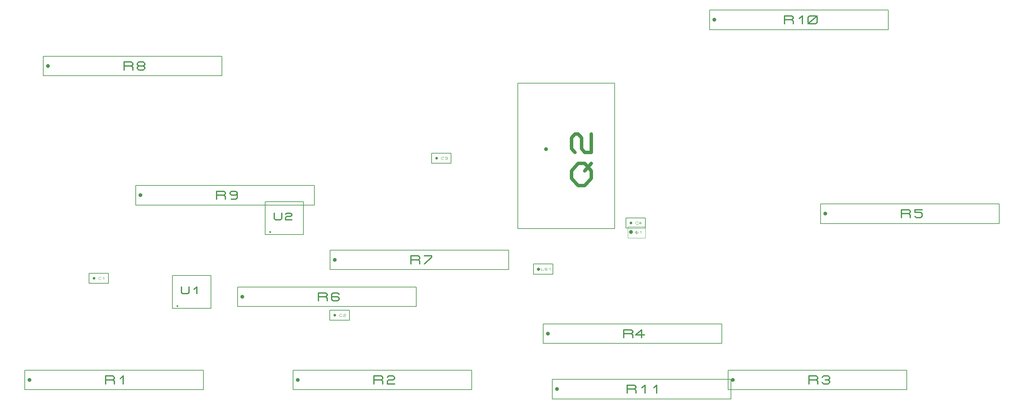
<source format=gbr>
G04 PROTEUS GERBER X2 FILE*
%TF.GenerationSoftware,Labcenter,Proteus,8.13-SP0-Build31525*%
%TF.CreationDate,2025-12-25T14:29:14+00:00*%
%TF.FileFunction,AssemblyDrawing,Top*%
%TF.FilePolarity,Positive*%
%TF.Part,Single*%
%TF.SameCoordinates,{db0003a8-45e4-4f23-9e85-8f5fa2e6f16b}*%
%FSLAX45Y45*%
%MOMM*%
G01*
%TA.AperFunction,Material*%
%ADD19C,0.203200*%
%ADD28C,0.711200*%
%ADD29C,0.111760*%
%ADD72C,0.050000*%
%ADD73C,1.028700*%
%ADD30C,0.105240*%
%ADD31C,0.812800*%
%ADD32C,0.110060*%
%ADD33C,1.016000*%
%ADD34C,0.889000*%
%ADD35C,0.355600*%
%ADD36C,0.508000*%
%ADD37C,0.302420*%
%TD.AperFunction*%
D19*
X-10141160Y+3612840D02*
X-9612840Y+3612840D01*
X-9612840Y+3887160D01*
X-10141160Y+3887160D01*
X-10141160Y+3612840D01*
D28*
X-10004000Y+3750000D02*
X-10004000Y+3750000D01*
D29*
X-9815786Y+3727648D02*
X-9828359Y+3716472D01*
X-9866078Y+3716472D01*
X-9891224Y+3738824D01*
X-9891224Y+3761176D01*
X-9866078Y+3783528D01*
X-9828359Y+3783528D01*
X-9815786Y+3772352D01*
X-9765494Y+3761176D02*
X-9740348Y+3783528D01*
X-9740348Y+3716472D01*
D19*
X-3637160Y+2612840D02*
X-3108840Y+2612840D01*
X-3108840Y+2887160D01*
X-3637160Y+2887160D01*
X-3637160Y+2612840D01*
D28*
X-3500000Y+2750000D02*
X-3500000Y+2750000D01*
D29*
X-3311786Y+2727648D02*
X-3324359Y+2716472D01*
X-3362078Y+2716472D01*
X-3387224Y+2738824D01*
X-3387224Y+2761176D01*
X-3362078Y+2783528D01*
X-3324359Y+2783528D01*
X-3311786Y+2772352D01*
X-3274067Y+2772352D02*
X-3261494Y+2783528D01*
X-3223775Y+2783528D01*
X-3211202Y+2772352D01*
X-3211202Y+2761176D01*
X-3223775Y+2750000D01*
X-3261494Y+2750000D01*
X-3274067Y+2738824D01*
X-3274067Y+2716472D01*
X-3211202Y+2716472D01*
D19*
X-887160Y+6862840D02*
X-358840Y+6862840D01*
X-358840Y+7137160D01*
X-887160Y+7137160D01*
X-887160Y+6862840D01*
D28*
X-750000Y+7000000D02*
X-750000Y+7000000D01*
D29*
X-561786Y+6977648D02*
X-574359Y+6966472D01*
X-612078Y+6966472D01*
X-637224Y+6988824D01*
X-637224Y+7011176D01*
X-612078Y+7033528D01*
X-574359Y+7033528D01*
X-561786Y+7022352D01*
X-524067Y+7022352D02*
X-511494Y+7033528D01*
X-473775Y+7033528D01*
X-461202Y+7022352D01*
X-461202Y+7011176D01*
X-473775Y+7000000D01*
X-461202Y+6988824D01*
X-461202Y+6977648D01*
X-473775Y+6966472D01*
X-511494Y+6966472D01*
X-524067Y+6977648D01*
X-498921Y+7000000D02*
X-473775Y+7000000D01*
D19*
X+4362840Y+5112840D02*
X+4891160Y+5112840D01*
X+4891160Y+5387160D01*
X+4362840Y+5387160D01*
X+4362840Y+5112840D01*
D28*
X+4500000Y+5250000D02*
X+4500000Y+5250000D01*
D29*
X+4688214Y+5227648D02*
X+4675641Y+5216472D01*
X+4637922Y+5216472D01*
X+4612776Y+5238824D01*
X+4612776Y+5261176D01*
X+4637922Y+5283528D01*
X+4675641Y+5283528D01*
X+4688214Y+5272352D01*
X+4788798Y+5238824D02*
X+4713360Y+5238824D01*
X+4763652Y+5283528D01*
X+4763652Y+5216472D01*
D72*
X+4415000Y+4840000D02*
X+4885000Y+4840000D01*
X+4885000Y+5160000D01*
X+4415000Y+5160000D01*
X+4415000Y+4840000D01*
X+4650000Y+5050000D02*
X+4650000Y+4950000D01*
X+4700000Y+5000000D02*
X+4600000Y+5000000D01*
D73*
X+4500000Y+5000000D02*
X+4500000Y+5000000D01*
D30*
X+4624744Y+5031574D02*
X+4624744Y+4968425D01*
X+4695786Y+4968425D01*
X+4743147Y+5010524D02*
X+4766828Y+5031574D01*
X+4766828Y+4968425D01*
D19*
X+1862840Y+3862840D02*
X+2391160Y+3862840D01*
X+2391160Y+4137160D01*
X+1862840Y+4137160D01*
X+1862840Y+3862840D01*
D31*
X+2000000Y+4000000D02*
X+2000000Y+4000000D01*
D32*
X+2067312Y+4033019D02*
X+2067312Y+3966980D01*
X+2141606Y+3966980D01*
X+2166371Y+3977986D02*
X+2178753Y+3966980D01*
X+2228282Y+3966980D01*
X+2240665Y+3977986D01*
X+2240665Y+3988993D01*
X+2228282Y+4000000D01*
X+2178753Y+4000000D01*
X+2166371Y+4011006D01*
X+2166371Y+4022013D01*
X+2178753Y+4033019D01*
X+2228282Y+4033019D01*
X+2240665Y+4022013D01*
X+2290194Y+4011006D02*
X+2314959Y+4033019D01*
X+2314959Y+3966980D01*
D19*
X+1444440Y+5098620D02*
X+4055560Y+5098620D01*
X+4055560Y+9030540D01*
X+1444440Y+9030540D01*
X+1444440Y+5098620D01*
D33*
X+2206440Y+7250000D02*
X+2206440Y+7250000D01*
D34*
X+3067500Y+6264480D02*
X+2889700Y+6464505D01*
X+2889700Y+6664530D01*
X+3067500Y+6864555D01*
X+3245300Y+6864555D01*
X+3423100Y+6664530D01*
X+3423100Y+6464505D01*
X+3245300Y+6264480D01*
X+3067500Y+6264480D01*
X+3245300Y+6664530D02*
X+3423100Y+6864555D01*
X+2978600Y+7164592D02*
X+2889700Y+7264605D01*
X+2889700Y+7564642D01*
X+2978600Y+7664655D01*
X+3067500Y+7664655D01*
X+3156400Y+7564642D01*
X+3156400Y+7264605D01*
X+3245300Y+7164592D01*
X+3423100Y+7164592D01*
X+3423100Y+7664655D01*
D19*
X-11877000Y+735840D02*
X-7051000Y+735840D01*
X-7051000Y+1264160D01*
X-11877000Y+1264160D01*
X-11877000Y+735840D01*
D33*
X-11750000Y+1000000D02*
X-11750000Y+1000000D01*
D35*
X-9695140Y+893320D02*
X-9695140Y+1106680D01*
X-9495115Y+1106680D01*
X-9455110Y+1071120D01*
X-9455110Y+1035560D01*
X-9495115Y+1000000D01*
X-9695140Y+1000000D01*
X-9495115Y+1000000D02*
X-9455110Y+964440D01*
X-9455110Y+893320D01*
X-9295090Y+1035560D02*
X-9215080Y+1106680D01*
X-9215080Y+893320D01*
D19*
X-4627000Y+735840D02*
X+199000Y+735840D01*
X+199000Y+1264160D01*
X-4627000Y+1264160D01*
X-4627000Y+735840D01*
D33*
X-4500000Y+1000000D02*
X-4500000Y+1000000D01*
D35*
X-2445140Y+893320D02*
X-2445140Y+1106680D01*
X-2245115Y+1106680D01*
X-2205110Y+1071120D01*
X-2205110Y+1035560D01*
X-2245115Y+1000000D01*
X-2445140Y+1000000D01*
X-2245115Y+1000000D02*
X-2205110Y+964440D01*
X-2205110Y+893320D01*
X-2085095Y+1071120D02*
X-2045090Y+1106680D01*
X-1925075Y+1106680D01*
X-1885070Y+1071120D01*
X-1885070Y+1035560D01*
X-1925075Y+1000000D01*
X-2045090Y+1000000D01*
X-2085095Y+964440D01*
X-2085095Y+893320D01*
X-1885070Y+893320D01*
D19*
X+7123000Y+735840D02*
X+11949000Y+735840D01*
X+11949000Y+1264160D01*
X+7123000Y+1264160D01*
X+7123000Y+735840D01*
D33*
X+7250000Y+1000000D02*
X+7250000Y+1000000D01*
D35*
X+9304860Y+893320D02*
X+9304860Y+1106680D01*
X+9504885Y+1106680D01*
X+9544890Y+1071120D01*
X+9544890Y+1035560D01*
X+9504885Y+1000000D01*
X+9304860Y+1000000D01*
X+9504885Y+1000000D02*
X+9544890Y+964440D01*
X+9544890Y+893320D01*
X+9664905Y+1071120D02*
X+9704910Y+1106680D01*
X+9824925Y+1106680D01*
X+9864930Y+1071120D01*
X+9864930Y+1035560D01*
X+9824925Y+1000000D01*
X+9864930Y+964440D01*
X+9864930Y+928880D01*
X+9824925Y+893320D01*
X+9704910Y+893320D01*
X+9664905Y+928880D01*
X+9744915Y+1000000D02*
X+9824925Y+1000000D01*
D19*
X+2123000Y+1985840D02*
X+6949000Y+1985840D01*
X+6949000Y+2514160D01*
X+2123000Y+2514160D01*
X+2123000Y+1985840D01*
D33*
X+2250000Y+2250000D02*
X+2250000Y+2250000D01*
D35*
X+4304860Y+2143320D02*
X+4304860Y+2356680D01*
X+4504885Y+2356680D01*
X+4544890Y+2321120D01*
X+4544890Y+2285560D01*
X+4504885Y+2250000D01*
X+4304860Y+2250000D01*
X+4504885Y+2250000D02*
X+4544890Y+2214440D01*
X+4544890Y+2143320D01*
X+4864930Y+2214440D02*
X+4624900Y+2214440D01*
X+4784920Y+2356680D01*
X+4784920Y+2143320D01*
D19*
X+9623000Y+5235840D02*
X+14449000Y+5235840D01*
X+14449000Y+5764160D01*
X+9623000Y+5764160D01*
X+9623000Y+5235840D01*
D33*
X+9750000Y+5500000D02*
X+9750000Y+5500000D01*
D35*
X+11804860Y+5393320D02*
X+11804860Y+5606680D01*
X+12004885Y+5606680D01*
X+12044890Y+5571120D01*
X+12044890Y+5535560D01*
X+12004885Y+5500000D01*
X+11804860Y+5500000D01*
X+12004885Y+5500000D02*
X+12044890Y+5464440D01*
X+12044890Y+5393320D01*
X+12364930Y+5606680D02*
X+12164905Y+5606680D01*
X+12164905Y+5535560D01*
X+12324925Y+5535560D01*
X+12364930Y+5500000D01*
X+12364930Y+5428880D01*
X+12324925Y+5393320D01*
X+12204910Y+5393320D01*
X+12164905Y+5428880D01*
D19*
X-6127000Y+2985840D02*
X-1301000Y+2985840D01*
X-1301000Y+3514160D01*
X-6127000Y+3514160D01*
X-6127000Y+2985840D01*
D33*
X-6000000Y+3250000D02*
X-6000000Y+3250000D01*
D35*
X-3945140Y+3143320D02*
X-3945140Y+3356680D01*
X-3745115Y+3356680D01*
X-3705110Y+3321120D01*
X-3705110Y+3285560D01*
X-3745115Y+3250000D01*
X-3945140Y+3250000D01*
X-3745115Y+3250000D02*
X-3705110Y+3214440D01*
X-3705110Y+3143320D01*
X-3385070Y+3321120D02*
X-3425075Y+3356680D01*
X-3545090Y+3356680D01*
X-3585095Y+3321120D01*
X-3585095Y+3178880D01*
X-3545090Y+3143320D01*
X-3425075Y+3143320D01*
X-3385070Y+3178880D01*
X-3385070Y+3214440D01*
X-3425075Y+3250000D01*
X-3585095Y+3250000D01*
D19*
X-3627000Y+3985840D02*
X+1199000Y+3985840D01*
X+1199000Y+4514160D01*
X-3627000Y+4514160D01*
X-3627000Y+3985840D01*
D33*
X-3500000Y+4250000D02*
X-3500000Y+4250000D01*
D35*
X-1445140Y+4143320D02*
X-1445140Y+4356680D01*
X-1245115Y+4356680D01*
X-1205110Y+4321120D01*
X-1205110Y+4285560D01*
X-1245115Y+4250000D01*
X-1445140Y+4250000D01*
X-1245115Y+4250000D02*
X-1205110Y+4214440D01*
X-1205110Y+4143320D01*
X-1085095Y+4356680D02*
X-885070Y+4356680D01*
X-885070Y+4321120D01*
X-1085095Y+4143320D01*
D19*
X-11377000Y+9235840D02*
X-6551000Y+9235840D01*
X-6551000Y+9764160D01*
X-11377000Y+9764160D01*
X-11377000Y+9235840D01*
D33*
X-11250000Y+9500000D02*
X-11250000Y+9500000D01*
D35*
X-9195140Y+9393320D02*
X-9195140Y+9606680D01*
X-8995115Y+9606680D01*
X-8955110Y+9571120D01*
X-8955110Y+9535560D01*
X-8995115Y+9500000D01*
X-9195140Y+9500000D01*
X-8995115Y+9500000D02*
X-8955110Y+9464440D01*
X-8955110Y+9393320D01*
X-8795090Y+9500000D02*
X-8835095Y+9535560D01*
X-8835095Y+9571120D01*
X-8795090Y+9606680D01*
X-8675075Y+9606680D01*
X-8635070Y+9571120D01*
X-8635070Y+9535560D01*
X-8675075Y+9500000D01*
X-8795090Y+9500000D01*
X-8835095Y+9464440D01*
X-8835095Y+9428880D01*
X-8795090Y+9393320D01*
X-8675075Y+9393320D01*
X-8635070Y+9428880D01*
X-8635070Y+9464440D01*
X-8675075Y+9500000D01*
D19*
X-8877000Y+5735840D02*
X-4051000Y+5735840D01*
X-4051000Y+6264160D01*
X-8877000Y+6264160D01*
X-8877000Y+5735840D01*
D33*
X-8750000Y+6000000D02*
X-8750000Y+6000000D01*
D35*
X-6695140Y+5893320D02*
X-6695140Y+6106680D01*
X-6495115Y+6106680D01*
X-6455110Y+6071120D01*
X-6455110Y+6035560D01*
X-6495115Y+6000000D01*
X-6695140Y+6000000D01*
X-6495115Y+6000000D02*
X-6455110Y+5964440D01*
X-6455110Y+5893320D01*
X-6135070Y+6035560D02*
X-6175075Y+6000000D01*
X-6295090Y+6000000D01*
X-6335095Y+6035560D01*
X-6335095Y+6071120D01*
X-6295090Y+6106680D01*
X-6175075Y+6106680D01*
X-6135070Y+6071120D01*
X-6135070Y+5928880D01*
X-6175075Y+5893320D01*
X-6295090Y+5893320D01*
D19*
X+6623000Y+10485840D02*
X+11449000Y+10485840D01*
X+11449000Y+11014160D01*
X+6623000Y+11014160D01*
X+6623000Y+10485840D01*
D33*
X+6750000Y+10750000D02*
X+6750000Y+10750000D01*
D35*
X+8644840Y+10643320D02*
X+8644840Y+10856680D01*
X+8844865Y+10856680D01*
X+8884870Y+10821120D01*
X+8884870Y+10785560D01*
X+8844865Y+10750000D01*
X+8644840Y+10750000D01*
X+8844865Y+10750000D02*
X+8884870Y+10714440D01*
X+8884870Y+10643320D01*
X+9044890Y+10785560D02*
X+9124900Y+10856680D01*
X+9124900Y+10643320D01*
X+9284920Y+10678880D02*
X+9284920Y+10821120D01*
X+9324925Y+10856680D01*
X+9484945Y+10856680D01*
X+9524950Y+10821120D01*
X+9524950Y+10678880D01*
X+9484945Y+10643320D01*
X+9324925Y+10643320D01*
X+9284920Y+10678880D01*
X+9284920Y+10643320D02*
X+9524950Y+10856680D01*
D19*
X+2373000Y+485840D02*
X+7199000Y+485840D01*
X+7199000Y+1014160D01*
X+2373000Y+1014160D01*
X+2373000Y+485840D01*
D33*
X+2500000Y+750000D02*
X+2500000Y+750000D01*
D35*
X+4394840Y+643320D02*
X+4394840Y+856680D01*
X+4594865Y+856680D01*
X+4634870Y+821120D01*
X+4634870Y+785560D01*
X+4594865Y+750000D01*
X+4394840Y+750000D01*
X+4594865Y+750000D02*
X+4634870Y+714440D01*
X+4634870Y+643320D01*
X+4794890Y+785560D02*
X+4874900Y+856680D01*
X+4874900Y+643320D01*
X+5114930Y+785560D02*
X+5194940Y+856680D01*
X+5194940Y+643320D01*
D19*
X-7887160Y+2936500D02*
X-6850840Y+2936500D01*
X-6850840Y+3825500D01*
X-7887160Y+3825500D01*
X-7887160Y+2936500D01*
D36*
X-7750000Y+3000000D02*
X-7750000Y+3000000D01*
D37*
X-7641186Y+3516179D02*
X-7641186Y+3364964D01*
X-7607163Y+3334721D01*
X-7471070Y+3334721D01*
X-7437047Y+3364964D01*
X-7437047Y+3516179D01*
X-7300954Y+3455693D02*
X-7232907Y+3516179D01*
X-7232907Y+3334721D01*
D19*
X-5387160Y+4936500D02*
X-4350840Y+4936500D01*
X-4350840Y+5825500D01*
X-5387160Y+5825500D01*
X-5387160Y+4936500D01*
D36*
X-5250000Y+5000000D02*
X-5250000Y+5000000D01*
D37*
X-5141186Y+5516179D02*
X-5141186Y+5364964D01*
X-5107163Y+5334721D01*
X-4971070Y+5334721D01*
X-4937047Y+5364964D01*
X-4937047Y+5516179D01*
X-4834977Y+5485936D02*
X-4800954Y+5516179D01*
X-4698884Y+5516179D01*
X-4664861Y+5485936D01*
X-4664861Y+5455693D01*
X-4698884Y+5425450D01*
X-4800954Y+5425450D01*
X-4834977Y+5395207D01*
X-4834977Y+5334721D01*
X-4664861Y+5334721D01*
M02*

</source>
